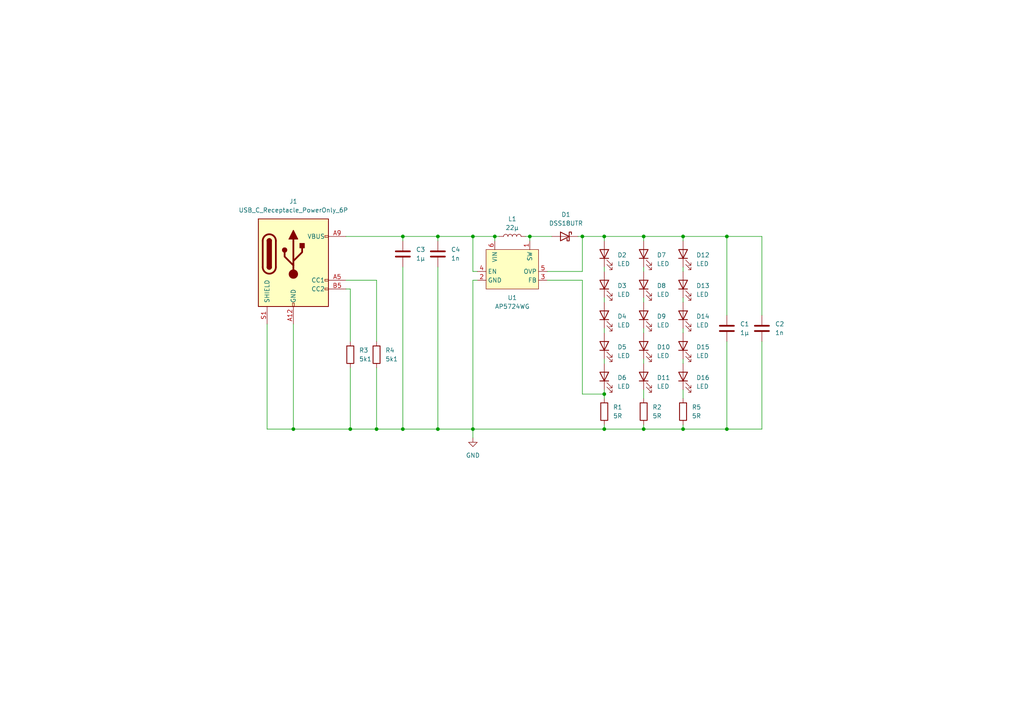
<source format=kicad_sch>
(kicad_sch (version 20230121) (generator eeschema)
  (paper "A4")
  (title_block (title "Microscope Lamp") (date "2024-02-04") (rev "1") (company "Jakub Niemczuk") (comment 1 "Halidelabs") (comment 2 "jakub@niemczuk.tech"))
  (lib_symbols
    (symbol "Connector:USB_C_Receptacle_PowerOnly_6P" (pin_names (offset 1.016))
      (property "Reference" "J" (at 0 16.51 0))
      (property "Value" "USB_C_Receptacle_PowerOnly_6P" (at 0 13.97 0))
      (symbol "USB_C_Receptacle_PowerOnly_6P_0_0"
        (rectangle (start -0.254 -12.7) (end 0.254 -11.684))
        (rectangle (start 10.16 -7.366) (end 9.144 -7.874))
        (rectangle (start 10.16 -4.826) (end 9.144 -5.334))
        (rectangle (start 10.16 7.874) (end 9.144 7.366))
      )
      (symbol "USB_C_Receptacle_PowerOnly_6P_0_1"
        (rectangle (start -10.16 12.7) (end 10.16 -12.7) (stroke (width 0.254)) (fill (type background)))
        (arc (start -8.89 -1.27) (mid -6.985 -3.1667) (end -5.08 -1.27) (stroke (width 0.508)))
        (arc (start -7.62 -1.27) (mid -6.985 -1.9023) (end -6.35 -1.27) (stroke (width 0.254)))
        (arc (start -7.62 -1.27) (mid -6.985 -1.9023) (end -6.35 -1.27) (stroke (width 0.254)) (fill (type outline)))
        (rectangle (start -7.62 -1.27) (end -6.35 6.35) (stroke (width 0.254)) (fill (type outline)))
        (arc (start -6.35 6.35) (mid -6.985 6.9823) (end -7.62 6.35) (stroke (width 0.254)))
        (arc (start -6.35 6.35) (mid -6.985 6.9823) (end -7.62 6.35) (stroke (width 0.254)) (fill (type outline)))
        (arc (start -5.08 6.35) (mid -6.985 8.2467) (end -8.89 6.35) (stroke (width 0.508)))
        (circle (center -2.54 3.683) (radius 0.635) (stroke (width 0.254)) (fill (type outline)))
        (circle (center 0 -3.302) (radius 1.27) (fill (type outline)))
        (polyline (pts (xy -8.89 -1.27) (xy -8.89 6.35)) (stroke (width 0.508)))
        (polyline (pts (xy -5.08 6.35) (xy -5.08 -1.27)) (stroke (width 0.508)))
        (polyline (pts (xy 0 -3.302) (xy 0 6.858)) (stroke (width 0.508)))
        (polyline (pts (xy 0 -0.762) (xy -2.54 1.778) (xy -2.54 3.048)) (stroke (width 0.508)))
        (polyline (pts (xy 0 0.508) (xy 2.54 3.048) (xy 2.54 4.318)) (stroke (width 0.508)))
        (polyline (pts (xy -1.27 6.858) (xy 0 9.398) (xy 1.27 6.858) (xy -1.27 6.858)) (stroke (width 0.254)) (fill (type outline)))
        (rectangle (start 1.905 4.318) (end 3.175 5.588) (stroke (width 0.254)) (fill (type outline)))
      )
      (symbol "USB_C_Receptacle_PowerOnly_6P_1_1"
        (pin passive line (at 0 -17.78 90) (length 5.08) (name "GND") (number "A12"))
        (pin bidirectional line (at 15.24 -5.08 180) (length 5.08) (name "CC1") (number "A5"))
        (pin passive line (at 15.24 7.62 180) (length 5.08) (name "VBUS") (number "A9"))
        (pin passive line (at 0 -17.78 90) (length 5.08) hide (name "GND") (number "B12"))
        (pin bidirectional line (at 15.24 -7.62 180) (length 5.08) (name "CC2") (number "B5"))
        (pin passive line (at 15.24 7.62 180) (length 5.08) hide (name "VBUS") (number "B9"))
        (pin passive line (at -7.62 -17.78 90) (length 5.08) (name "SHIELD") (number "S1"))
      )
    )
    (symbol "Device:C" (pin_numbers hide) (pin_names (offset 0.254))
      (property "Reference" "C" (at 0.635 2.54 0))
      (property "Value" "C" (at 0.635 -2.54 0))
      (symbol "C_0_1"
        (polyline (pts (xy -2.032 -0.762) (xy 2.032 -0.762)) (stroke (width 0.508)))
        (polyline (pts (xy -2.032 0.762) (xy 2.032 0.762)) (stroke (width 0.508)))
      )
      (symbol "C_1_1"
        (pin passive line (at 0 3.81 270) (length 2.794) (name "~") (number "1"))
        (pin passive line (at 0 -3.81 90) (length 2.794) (name "~") (number "2"))
      )
    )
    (symbol "Device:D_Schottky" (pin_numbers hide) (pin_names (offset 1.016) hide)
      (property "Reference" "D" (at 0 2.54 0))
      (property "Value" "D_Schottky" (at 0 -2.54 0))
      (symbol "D_Schottky_0_1"
        (polyline (pts (xy 1.27 0) (xy -1.27 0)))
        (polyline (pts (xy 1.27 1.27) (xy 1.27 -1.27) (xy -1.27 0) (xy 1.27 1.27)) (stroke (width 0.254)))
        (polyline (pts (xy -1.905 0.635) (xy -1.905 1.27) (xy -1.27 1.27) (xy -1.27 -1.27) (xy -0.635 -1.27) (xy -0.635 -0.635)) (stroke (width 0.254)))
      )
      (symbol "D_Schottky_1_1"
        (pin passive line (at -3.81 0 0) (length 2.54) (name "K") (number "1"))
        (pin passive line (at 3.81 0 180) (length 2.54) (name "A") (number "2"))
      )
    )
    (symbol "Device:L" (pin_numbers hide) (pin_names (offset 1.016) hide)
      (property "Reference" "L" (at -1.27 0 90))
      (property "Value" "L" (at 1.905 0 90))
      (symbol "L_0_1"
        (arc (start 0 -2.54) (mid 0.6323 -1.905) (end 0 -1.27))
        (arc (start 0 -1.27) (mid 0.6323 -0.635) (end 0 0))
        (arc (start 0 0) (mid 0.6323 0.635) (end 0 1.27))
        (arc (start 0 1.27) (mid 0.6323 1.905) (end 0 2.54))
      )
      (symbol "L_1_1"
        (pin passive line (at 0 3.81 270) (length 1.27) (name "1") (number "1"))
        (pin passive line (at 0 -3.81 90) (length 1.27) (name "2") (number "2"))
      )
    )
    (symbol "Device:LED" (pin_numbers hide) (pin_names (offset 1.016) hide)
      (property "Reference" "D" (at 0 2.54 0))
      (property "Value" "LED" (at 0 -2.54 0))
      (symbol "LED_0_1"
        (polyline (pts (xy -1.27 -1.27) (xy -1.27 1.27)) (stroke (width 0.254)))
        (polyline (pts (xy -1.27 0) (xy 1.27 0)))
        (polyline (pts (xy 1.27 -1.27) (xy 1.27 1.27) (xy -1.27 0) (xy 1.27 -1.27)) (stroke (width 0.254)))
        (polyline (pts (xy -3.048 -0.762) (xy -4.572 -2.286) (xy -3.81 -2.286) (xy -4.572 -2.286) (xy -4.572 -1.524)))
        (polyline (pts (xy -1.778 -0.762) (xy -3.302 -2.286) (xy -2.54 -2.286) (xy -3.302 -2.286) (xy -3.302 -1.524)))
      )
      (symbol "LED_1_1"
        (pin passive line (at -3.81 0 0) (length 2.54) (name "K") (number "1"))
        (pin passive line (at 3.81 0 180) (length 2.54) (name "A") (number "2"))
      )
    )
    (symbol "Device:R" (pin_numbers hide) (pin_names (offset 0))
      (property "Reference" "R" (at 2.032 0 90))
      (property "Value" "R" (at 0 0 90))
      (symbol "R_0_1"
        (rectangle (start -1.016 -2.54) (end 1.016 2.54) (stroke (width 0.254)))
      )
      (symbol "R_1_1"
        (pin passive line (at 0 3.81 270) (length 1.27) (name "~") (number "1"))
        (pin passive line (at 0 -3.81 90) (length 1.27) (name "~") (number "2"))
      )
    )
    (symbol "microscope-lamp-pcb:AP5724WG"
      (property "Reference" "U" (at -7.62 -6.35 0))
      (property "Value" "AP5724WG" (at 7.62 -6.35 0))
      (symbol "AP5724WG_1_1"
        (rectangle (start -7.62 6.35) (end 7.62 -5.08) (fill (type background)))
        (pin open_collector line (at 5.08 8.89 270) (length 2.54) (name "SW") (number "1"))
        (pin power_in line (at -10.16 -2.54 0) (length 2.54) (name "GND") (number "2"))
        (pin input line (at 10.16 -2.54 180) (length 2.54) (name "FB") (number "3"))
        (pin input line (at -10.16 0 0) (length 2.54) (name "EN") (number "4"))
        (pin output line (at 10.16 0 180) (length 2.54) (name "OVP") (number "5"))
        (pin power_in line (at -5.08 8.89 270) (length 2.54) (name "VIN") (number "6"))
      )
    )
    (symbol "power:GND" (power) (pin_names (offset 0))
      (property "Value" "GND" (at 0 -3.81 0))
      (symbol "GND_0_1"
        (polyline (pts (xy 0 0) (xy 0 -1.27) (xy 1.27 -1.27) (xy 0 -2.54) (xy -1.27 -1.27) (xy 0 -1.27)))
      )
      (symbol "GND_1_1"
        (pin power_in line (at 0 0 270) (length 0) hide (name "GND") (number "1"))
      )
    )
  )
  (junction (at 127 68.58))
  (junction (at 168.91 68.58))
  (junction (at 85.09 124.46))
  (junction (at 210.82 124.46))
  (junction (at 175.26 114.3))
  (junction (at 143.51 68.58))
  (junction (at 137.16 124.46))
  (junction (at 198.12 68.58))
  (junction (at 175.26 124.46))
  (junction (at 186.69 68.58))
  (junction (at 109.22 124.46))
  (junction (at 127 124.46))
  (junction (at 137.16 68.58))
  (junction (at 210.82 68.58))
  (junction (at 116.84 124.46))
  (junction (at 153.67 68.58))
  (junction (at 175.26 68.58))
  (junction (at 198.12 124.46))
  (junction (at 101.6 124.46))
  (junction (at 186.69 124.46))
  (junction (at 116.84 68.58))
  (wire (pts (xy 116.84 124.46) (xy 127 124.46)))
  (wire (pts (xy 175.26 77.47) (xy 175.26 78.74)))
  (wire (pts (xy 210.82 99.06) (xy 210.82 124.46)))
  (wire (pts (xy 186.69 95.25) (xy 186.69 96.52)))
  (wire (pts (xy 127 68.58) (xy 137.16 68.58)))
  (wire (pts (xy 168.91 114.3) (xy 175.26 114.3)))
  (wire (pts (xy 77.47 124.46) (xy 85.09 124.46)))
  (wire (pts (xy 198.12 113.03) (xy 198.12 115.57)))
  (wire (pts (xy 175.26 68.58) (xy 186.69 68.58)))
  (wire (pts (xy 175.26 114.3) (xy 175.26 115.57)))
  (wire (pts (xy 175.26 86.36) (xy 175.26 87.63)))
  (wire (pts (xy 127 77.47) (xy 127 124.46)))
  (wire (pts (xy 137.16 81.28) (xy 137.16 124.46)))
  (wire (pts (xy 100.33 68.58) (xy 116.84 68.58)))
  (wire (pts (xy 186.69 86.36) (xy 186.69 87.63)))
  (wire (pts (xy 198.12 86.36) (xy 198.12 87.63)))
  (wire (pts (xy 138.43 78.74) (xy 137.16 78.74)))
  (wire (pts (xy 158.75 78.74) (xy 168.91 78.74)))
  (wire (pts (xy 101.6 106.68) (xy 101.6 124.46)))
  (wire (pts (xy 101.6 124.46) (xy 109.22 124.46)))
  (wire (pts (xy 175.26 113.03) (xy 175.26 114.3)))
  (wire (pts (xy 198.12 68.58) (xy 186.69 68.58)))
  (wire (pts (xy 137.16 124.46) (xy 175.26 124.46)))
  (wire (pts (xy 220.98 124.46) (xy 210.82 124.46)))
  (wire (pts (xy 127 69.85) (xy 127 68.58)))
  (wire (pts (xy 144.78 68.58) (xy 143.51 68.58)))
  (wire (pts (xy 210.82 68.58) (xy 198.12 68.58)))
  (wire (pts (xy 186.69 77.47) (xy 186.69 78.74)))
  (wire (pts (xy 158.75 81.28) (xy 168.91 81.28)))
  (wire (pts (xy 137.16 78.74) (xy 137.16 68.58)))
  (wire (pts (xy 175.26 104.14) (xy 175.26 105.41)))
  (wire (pts (xy 168.91 78.74) (xy 168.91 68.58)))
  (wire (pts (xy 198.12 95.25) (xy 198.12 96.52)))
  (wire (pts (xy 220.98 91.44) (xy 220.98 68.58)))
  (wire (pts (xy 175.26 69.85) (xy 175.26 68.58)))
  (wire (pts (xy 210.82 91.44) (xy 210.82 68.58)))
  (wire (pts (xy 220.98 68.58) (xy 210.82 68.58)))
  (wire (pts (xy 175.26 68.58) (xy 168.91 68.58)))
  (wire (pts (xy 175.26 95.25) (xy 175.26 96.52)))
  (wire (pts (xy 220.98 99.06) (xy 220.98 124.46)))
  (wire (pts (xy 175.26 124.46) (xy 186.69 124.46)))
  (wire (pts (xy 198.12 124.46) (xy 186.69 124.46)))
  (wire (pts (xy 85.09 93.98) (xy 85.09 124.46)))
  (wire (pts (xy 137.16 124.46) (xy 137.16 127)))
  (wire (pts (xy 109.22 81.28) (xy 100.33 81.28)))
  (wire (pts (xy 175.26 124.46) (xy 175.26 123.19)))
  (wire (pts (xy 127 124.46) (xy 137.16 124.46)))
  (wire (pts (xy 137.16 68.58) (xy 143.51 68.58)))
  (wire (pts (xy 210.82 124.46) (xy 198.12 124.46)))
  (wire (pts (xy 116.84 69.85) (xy 116.84 68.58)))
  (wire (pts (xy 109.22 81.28) (xy 109.22 99.06)))
  (wire (pts (xy 186.69 124.46) (xy 186.69 123.19)))
  (wire (pts (xy 198.12 104.14) (xy 198.12 105.41)))
  (wire (pts (xy 186.69 69.85) (xy 186.69 68.58)))
  (wire (pts (xy 198.12 69.85) (xy 198.12 68.58)))
  (wire (pts (xy 116.84 77.47) (xy 116.84 124.46)))
  (wire (pts (xy 143.51 68.58) (xy 143.51 69.85)))
  (wire (pts (xy 101.6 83.82) (xy 100.33 83.82)))
  (wire (pts (xy 186.69 113.03) (xy 186.69 115.57)))
  (wire (pts (xy 153.67 68.58) (xy 160.02 68.58)))
  (wire (pts (xy 85.09 124.46) (xy 101.6 124.46)))
  (wire (pts (xy 168.91 81.28) (xy 168.91 114.3)))
  (wire (pts (xy 152.4 68.58) (xy 153.67 68.58)))
  (wire (pts (xy 198.12 77.47) (xy 198.12 78.74)))
  (wire (pts (xy 101.6 83.82) (xy 101.6 99.06)))
  (wire (pts (xy 77.47 93.98) (xy 77.47 124.46)))
  (wire (pts (xy 116.84 68.58) (xy 127 68.58)))
  (wire (pts (xy 153.67 68.58) (xy 153.67 69.85)))
  (wire (pts (xy 138.43 81.28) (xy 137.16 81.28)))
  (wire (pts (xy 168.91 68.58) (xy 167.64 68.58)))
  (wire (pts (xy 198.12 124.46) (xy 198.12 123.19)))
  (wire (pts (xy 109.22 124.46) (xy 116.84 124.46)))
  (wire (pts (xy 109.22 106.68) (xy 109.22 124.46)))
  (wire (pts (xy 186.69 104.14) (xy 186.69 105.41)))
  (symbol (lib_id "Device:R") (at 101.6 102.87 0) (unit 1)
    (property "Reference" "R3" (at 104.14 101.6 0) (effects (justify left)))
    (property "Value" "5k1" (at 104.14 104.14 0) (effects (justify left)))
    (property "Footprint" "Resistor_SMD:R_0603_1608Metric" (effects hide))
  )
  (symbol (lib_id "Device:LED") (at 175.26 82.55 90) (unit 1)
    (property "Reference" "D3" (at 179.07 82.8675 90) (effects (justify right)))
    (property "Value" "LED" (at 179.07 85.4075 90) (effects (justify right)))
    (property "Footprint" "LED_THT:LED_D3.0mm" (effects hide))
    (property "Datasheet" "doc/N0W33L36.pdf" (effects hide))
    (property "TME ID:" "N0W33L36" (effects hide))
    (property "TME LINK:" "https://www.tme.eu/pl/details/n0w33l36/diody-led-tht-okragle/brightek-europe/" (effects hide))
    (property "MF ID:" "N0W33L36" (effects hide))
    (property "MF:" "BRIGHTEK (EUROPE)" (effects hide))
  )
  (symbol (lib_id "Device:C") (at 220.98 95.25 0) (unit 1)
    (property "Reference" "C2" (at 224.79 93.98 0) (effects (justify left)))
    (property "Value" "1n" (at 224.79 96.52 0) (effects (justify left)))
    (property "Footprint" "Capacitor_SMD:C_0603_1608Metric" (effects hide))
  )
  (symbol (lib_id "Connector:USB_C_Receptacle_PowerOnly_6P") (at 85.09 76.2 0) (unit 1)
    (property "Reference" "J1" (at 85.09 58.42 0))
    (property "Value" "USB_C_Receptacle_PowerOnly_6P" (at 85.09 60.96 0))
    (property "Footprint" "Connector_USB:USB_C_Receptacle_GCT_USB4135-GF-A_6P_TopMnt_Horizontal" (effects hide))
    (property "Datasheet" "doc/USB4135 - Product Drawing.pdf" (effects hide))
    (property "MF ID:" "USB4135-GF-A" (effects hide))
    (property "MF:" "Global Connector Technology (GCT)" (effects hide))
    (property "TME ID:" "USB4135-GF-A" (effects hide))
    (property "TME LINK:" "https://www.tme.eu/pl/details/usb4135-gf-a/zlacza-usb-i-ieee1394/global-connector-technology-gct/" (effects hide))
  )
  (symbol (lib_id "Device:C") (at 127 73.66 0) (unit 1)
    (property "Reference" "C4" (at 130.81 72.39 0) (effects (justify left)))
    (property "Value" "1n" (at 130.81 74.93 0) (effects (justify left)))
    (property "Footprint" "Capacitor_SMD:C_0603_1608Metric" (effects hide))
  )
  (symbol (lib_id "power:GND") (at 137.16 127 0) (unit 1)
    (property "Reference" "#PWR01" (effects hide))
    (property "Value" "GND" (at 137.16 132.08 0))
  )
  (symbol (lib_id "microscope-lamp-pcb:AP5724WG") (at 148.59 78.74 0) (unit 1)
    (property "Reference" "U1" (at 148.59 86.36 0))
    (property "Value" "AP5724WG" (at 148.59 88.9 0))
    (property "Footprint" "Package_TO_SOT_SMD:TSOT-23-6" (effects hide))
    (property "Datasheet" "doc/AP5724.pdf" (effects hide))
    (property "MF ID:" "AP5724WG-7" (effects hide))
    (property "MF:" "DIODES INCORPORATED" (effects hide))
    (property "TME ID:" "AP5724WG-7" (effects hide))
    (property "TME LINK:" "https://www.tme.eu/pl/details/ap5724wg-7/drivery-led/diodes-incorporated/" (effects hide))
  )
  (symbol (lib_id "Device:R") (at 198.12 119.38 0) (unit 1)
    (property "Reference" "R5" (at 200.66 118.11 0) (effects (justify left)))
    (property "Value" "5R" (at 200.66 120.65 0) (effects (justify left)))
    (property "Footprint" "Resistor_SMD:R_0603_1608Metric" (effects hide))
  )
  (symbol (lib_id "Device:R") (at 109.22 102.87 0) (unit 1)
    (property "Reference" "R4" (at 111.76 101.6 0) (effects (justify left)))
    (property "Value" "5k1" (at 111.76 104.14 0) (effects (justify left)))
    (property "Footprint" "Resistor_SMD:R_0603_1608Metric" (effects hide))
  )
  (symbol (lib_id "Device:C") (at 116.84 73.66 0) (unit 1)
    (property "Reference" "C3" (at 120.65 72.39 0) (effects (justify left)))
    (property "Value" "1µ" (at 120.65 74.93 0) (effects (justify left)))
    (property "Footprint" "Capacitor_SMD:C_0603_1608Metric" (effects hide))
  )
  (symbol (lib_id "Device:R") (at 186.69 119.38 0) (unit 1)
    (property "Reference" "R2" (at 189.23 118.11 0) (effects (justify left)))
    (property "Value" "5R" (at 189.23 120.65 0) (effects (justify left)))
    (property "Footprint" "Resistor_SMD:R_0603_1608Metric" (effects hide))
  )
  (symbol (lib_id "Device:D_Schottky") (at 163.83 68.58 0) (mirror y) (unit 1)
    (property "Reference" "D1" (at 164.1475 62.23 0))
    (property "Value" "DSS18UTR" (at 164.1475 64.77 0))
    (property "Footprint" "Diode_SMD:D_SOD-123F" (effects hide))
    (property "MF ID:" "DSS18UTR" (effects hide))
    (property "MF:" "SMC DIODE SOLUTIONS" (effects hide))
    (property "TME ID:" "DSS18UTR-SMC" (effects hide))
    (property "TME LINK:" "https://www.tme.eu/pl/details/dss18utr-smc/diody-schottky-smd/smc-diode-solutions/dss18utr/" (effects hide))
  )
  (symbol (lib_id "Device:C") (at 210.82 95.25 0) (unit 1)
    (property "Reference" "C1" (at 214.63 93.98 0) (effects (justify left)))
    (property "Value" "1µ" (at 214.63 96.52 0) (effects (justify left)))
    (property "Footprint" "Capacitor_SMD:C_0603_1608Metric" (effects hide))
  )
  (symbol (lib_id "Device:LED") (at 198.12 100.33 90) (unit 1)
    (property "Reference" "D15" (at 201.93 100.6475 90) (effects (justify right)))
    (property "Value" "LED" (at 201.93 103.1875 90) (effects (justify right)))
    (property "Footprint" "LED_THT:LED_D3.0mm" (effects hide))
    (property "Datasheet" "doc/N0W33L36.pdf" (effects hide))
    (property "TME ID:" "N0W33L36" (effects hide))
    (property "TME LINK:" "https://www.tme.eu/pl/details/n0w33l36/diody-led-tht-okragle/brightek-europe/" (effects hide))
    (property "MF ID:" "N0W33L36" (effects hide))
    (property "MF:" "BRIGHTEK (EUROPE)" (effects hide))
  )
  (symbol (lib_id "Device:LED") (at 186.69 82.55 90) (unit 1)
    (property "Reference" "D8" (at 190.5 82.8675 90) (effects (justify right)))
    (property "Value" "LED" (at 190.5 85.4075 90) (effects (justify right)))
    (property "Footprint" "LED_THT:LED_D3.0mm" (effects hide))
    (property "Datasheet" "doc/N0W33L36.pdf" (effects hide))
    (property "TME ID:" "N0W33L36" (effects hide))
    (property "TME LINK:" "https://www.tme.eu/pl/details/n0w33l36/diody-led-tht-okragle/brightek-europe/" (effects hide))
    (property "MF ID:" "N0W33L36" (effects hide))
    (property "MF:" "BRIGHTEK (EUROPE)" (effects hide))
  )
  (symbol (lib_id "Device:LED") (at 186.69 91.44 90) (unit 1)
    (property "Reference" "D9" (at 190.5 91.7575 90) (effects (justify right)))
    (property "Value" "LED" (at 190.5 94.2975 90) (effects (justify right)))
    (property "Footprint" "LED_THT:LED_D3.0mm" (effects hide))
    (property "Datasheet" "doc/N0W33L36.pdf" (effects hide))
    (property "TME ID:" "N0W33L36" (effects hide))
    (property "TME LINK:" "https://www.tme.eu/pl/details/n0w33l36/diody-led-tht-okragle/brightek-europe/" (effects hide))
    (property "MF ID:" "N0W33L36" (effects hide))
    (property "MF:" "BRIGHTEK (EUROPE)" (effects hide))
  )
  (symbol (lib_id "Device:LED") (at 198.12 82.55 90) (unit 1)
    (property "Reference" "D13" (at 201.93 82.8675 90) (effects (justify right)))
    (property "Value" "LED" (at 201.93 85.4075 90) (effects (justify right)))
    (property "Footprint" "LED_THT:LED_D3.0mm" (effects hide))
    (property "Datasheet" "doc/N0W33L36.pdf" (effects hide))
    (property "TME ID:" "N0W33L36" (effects hide))
    (property "TME LINK:" "https://www.tme.eu/pl/details/n0w33l36/diody-led-tht-okragle/brightek-europe/" (effects hide))
    (property "MF ID:" "N0W33L36" (effects hide))
    (property "MF:" "BRIGHTEK (EUROPE)" (effects hide))
  )
  (symbol (lib_id "Device:LED") (at 198.12 73.66 90) (unit 1)
    (property "Reference" "D12" (at 201.93 73.9775 90) (effects (justify right)))
    (property "Value" "LED" (at 201.93 76.5175 90) (effects (justify right)))
    (property "Footprint" "LED_THT:LED_D3.0mm" (effects hide))
    (property "Datasheet" "doc/N0W33L36.pdf" (effects hide))
    (property "TME ID:" "N0W33L36" (effects hide))
    (property "TME LINK:" "https://www.tme.eu/pl/details/n0w33l36/diody-led-tht-okragle/brightek-europe/" (effects hide))
    (property "MF ID:" "N0W33L36" (effects hide))
    (property "MF:" "BRIGHTEK (EUROPE)" (effects hide))
  )
  (symbol (lib_id "Device:LED") (at 175.26 100.33 90) (unit 1)
    (property "Reference" "D5" (at 179.07 100.6475 90) (effects (justify right)))
    (property "Value" "LED" (at 179.07 103.1875 90) (effects (justify right)))
    (property "Footprint" "LED_THT:LED_D3.0mm" (effects hide))
    (property "Datasheet" "doc/N0W33L36.pdf" (effects hide))
    (property "TME ID:" "N0W33L36" (effects hide))
    (property "TME LINK:" "https://www.tme.eu/pl/details/n0w33l36/diody-led-tht-okragle/brightek-europe/" (effects hide))
    (property "MF ID:" "N0W33L36" (effects hide))
    (property "MF:" "BRIGHTEK (EUROPE)" (effects hide))
  )
  (symbol (lib_id "Device:LED") (at 175.26 91.44 90) (unit 1)
    (property "Reference" "D4" (at 179.07 91.7575 90) (effects (justify right)))
    (property "Value" "LED" (at 179.07 94.2975 90) (effects (justify right)))
    (property "Footprint" "LED_THT:LED_D3.0mm" (effects hide))
    (property "Datasheet" "doc/N0W33L36.pdf" (effects hide))
    (property "TME ID:" "N0W33L36" (effects hide))
    (property "TME LINK:" "https://www.tme.eu/pl/details/n0w33l36/diody-led-tht-okragle/brightek-europe/" (effects hide))
    (property "MF ID:" "N0W33L36" (effects hide))
    (property "MF:" "BRIGHTEK (EUROPE)" (effects hide))
  )
  (symbol (lib_id "Device:LED") (at 186.69 109.22 90) (unit 1)
    (property "Reference" "D11" (at 190.5 109.5375 90) (effects (justify right)))
    (property "Value" "LED" (at 190.5 112.0775 90) (effects (justify right)))
    (property "Footprint" "LED_THT:LED_D3.0mm" (effects hide))
    (property "Datasheet" "doc/N0W33L36.pdf" (effects hide))
    (property "TME ID:" "N0W33L36" (effects hide))
    (property "TME LINK:" "https://www.tme.eu/pl/details/n0w33l36/diody-led-tht-okragle/brightek-europe/" (effects hide))
    (property "MF ID:" "N0W33L36" (effects hide))
    (property "MF:" "BRIGHTEK (EUROPE)" (effects hide))
  )
  (symbol (lib_id "Device:LED") (at 198.12 109.22 90) (unit 1)
    (property "Reference" "D16" (at 201.93 109.5375 90) (effects (justify right)))
    (property "Value" "LED" (at 201.93 112.0775 90) (effects (justify right)))
    (property "Footprint" "LED_THT:LED_D3.0mm" (effects hide))
    (property "Datasheet" "doc/N0W33L36.pdf" (effects hide))
    (property "TME ID:" "N0W33L36" (effects hide))
    (property "TME LINK:" "https://www.tme.eu/pl/details/n0w33l36/diody-led-tht-okragle/brightek-europe/" (effects hide))
    (property "MF ID:" "N0W33L36" (effects hide))
    (property "MF:" "BRIGHTEK (EUROPE)" (effects hide))
  )
  (symbol (lib_id "Device:LED") (at 198.12 91.44 90) (unit 1)
    (property "Reference" "D14" (at 201.93 91.7575 90) (effects (justify right)))
    (property "Value" "LED" (at 201.93 94.2975 90) (effects (justify right)))
    (property "Footprint" "LED_THT:LED_D3.0mm" (effects hide))
    (property "Datasheet" "doc/N0W33L36.pdf" (effects hide))
    (property "TME ID:" "N0W33L36" (effects hide))
    (property "TME LINK:" "https://www.tme.eu/pl/details/n0w33l36/diody-led-tht-okragle/brightek-europe/" (effects hide))
    (property "MF ID:" "N0W33L36" (effects hide))
    (property "MF:" "BRIGHTEK (EUROPE)" (effects hide))
  )
  (symbol (lib_id "Device:LED") (at 175.26 73.66 90) (unit 1)
    (property "Reference" "D2" (at 179.07 73.9775 90) (effects (justify right)))
    (property "Value" "LED" (at 179.07 76.5175 90) (effects (justify right)))
    (property "Footprint" "LED_THT:LED_D3.0mm" (effects hide))
    (property "Datasheet" "doc/N0W33L36.pdf" (effects hide))
    (property "TME ID:" "N0W33L36" (effects hide))
    (property "TME LINK:" "https://www.tme.eu/pl/details/n0w33l36/diody-led-tht-okragle/brightek-europe/" (effects hide))
    (property "MF ID:" "N0W33L36" (effects hide))
    (property "MF:" "BRIGHTEK (EUROPE)" (effects hide))
  )
  (symbol (lib_id "Device:L") (at 148.59 68.58 90) (unit 1)
    (property "Reference" "L1" (at 148.59 63.5 90))
    (property "Value" "22µ" (at 148.59 66.04 90))
    (property "Footprint" "Inductor_SMD:L_Taiyo-Yuden_NR-30xx" (effects hide))
    (property "Datasheet" "doc/DJNR3015-series.pdf" (effects hide))
    (property "MF ID:" "DJNR3015-220" (effects hide))
    (property "MF:" "FERROCORE" (effects hide))
    (property "TME ID:" "DJNR3015-220" (effects hide))
    (property "TME LINK:" "https://www.tme.eu/pl/details/djnr3015-220/dlawiki-smd-mocy/ferrocore/" (effects hide))
  )
  (symbol (lib_id "Device:LED") (at 175.26 109.22 90) (unit 1)
    (property "Reference" "D6" (at 179.07 109.5375 90) (effects (justify right)))
    (property "Value" "LED" (at 179.07 112.0775 90) (effects (justify right)))
    (property "Footprint" "LED_THT:LED_D3.0mm" (effects hide))
    (property "Datasheet" "doc/N0W33L36.pdf" (effects hide))
    (property "TME ID:" "N0W33L36" (effects hide))
    (property "TME LINK:" "https://www.tme.eu/pl/details/n0w33l36/diody-led-tht-okragle/brightek-europe/" (effects hide))
    (property "MF ID:" "N0W33L36" (effects hide))
    (property "MF:" "BRIGHTEK (EUROPE)" (effects hide))
  )
  (symbol (lib_id "Device:R") (at 175.26 119.38 0) (unit 1)
    (property "Reference" "R1" (at 177.8 118.11 0) (effects (justify left)))
    (property "Value" "5R" (at 177.8 120.65 0) (effects (justify left)))
    (property "Footprint" "Resistor_SMD:R_0603_1608Metric" (effects hide))
  )
  (symbol (lib_id "Device:LED") (at 186.69 100.33 90) (unit 1)
    (property "Reference" "D10" (at 190.5 100.6475 90) (effects (justify right)))
    (property "Value" "LED" (at 190.5 103.1875 90) (effects (justify right)))
    (property "Footprint" "LED_THT:LED_D3.0mm" (effects hide))
    (property "Datasheet" "doc/N0W33L36.pdf" (effects hide))
    (property "TME ID:" "N0W33L36" (effects hide))
    (property "TME LINK:" "https://www.tme.eu/pl/details/n0w33l36/diody-led-tht-okragle/brightek-europe/" (effects hide))
    (property "MF ID:" "N0W33L36" (effects hide))
    (property "MF:" "BRIGHTEK (EUROPE)" (effects hide))
  )
  (symbol (lib_id "Device:LED") (at 186.69 73.66 90) (unit 1)
    (property "Reference" "D7" (at 190.5 73.9775 90) (effects (justify right)))
    (property "Value" "LED" (at 190.5 76.5175 90) (effects (justify right)))
    (property "Footprint" "LED_THT:LED_D3.0mm" (effects hide))
    (property "Datasheet" "doc/N0W33L36.pdf" (effects hide))
    (property "TME ID:" "N0W33L36" (effects hide))
    (property "TME LINK:" "https://www.tme.eu/pl/details/n0w33l36/diody-led-tht-okragle/brightek-europe/" (effects hide))
    (property "MF ID:" "N0W33L36" (effects hide))
    (property "MF:" "BRIGHTEK (EUROPE)" (effects hide))
  )
)
</source>
